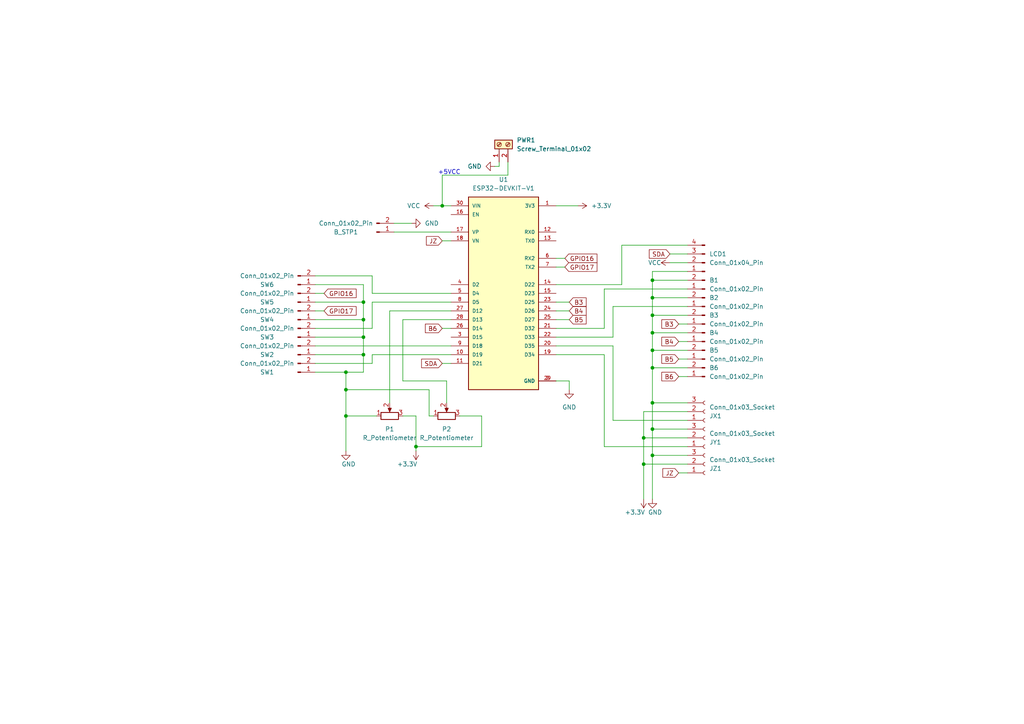
<source format=kicad_sch>
(kicad_sch (version 20230121) (generator eeschema)
  (paper "A4")
  (lib_symbols
    (symbol "Connector:Conn_01x02_Pin" (pin_names (offset 1.016) hide)
      (property "Reference" "J" (at 0 2.54 0))
      (property "Value" "Conn_01x02_Pin" (at 0 -5.08 0))
      (symbol "Conn_01x02_Pin_1_1"
        (polyline (pts (xy 1.27 -2.54) (xy 0.8636 -2.54)) (stroke (width 0.1524)))
        (polyline (pts (xy 1.27 0) (xy 0.8636 0)) (stroke (width 0.1524)))
        (rectangle (start 0.8636 -2.413) (end 0 -2.667) (stroke (width 0.1524)) (fill (type outline)))
        (rectangle (start 0.8636 0.127) (end 0 -0.127) (stroke (width 0.1524)) (fill (type outline)))
        (pin passive line (at 5.08 0 180) (length 3.81) (name "Pin_1") (number "1"))
        (pin passive line (at 5.08 -2.54 180) (length 3.81) (name "Pin_2") (number "2"))
      )
    )
    (symbol "Connector:Conn_01x03_Socket" (pin_names (offset 1.016) hide)
      (property "Reference" "J" (at 0 5.08 0))
      (property "Value" "Conn_01x03_Socket" (at 0 -5.08 0))
      (symbol "Conn_01x03_Socket_1_1"
        (arc (start 0 -2.032) (mid -0.5058 -2.54) (end 0 -3.048) (stroke (width 0.1524)))
        (polyline (pts (xy -1.27 -2.54) (xy -0.508 -2.54)) (stroke (width 0.1524)))
        (polyline (pts (xy -1.27 0) (xy -0.508 0)) (stroke (width 0.1524)))
        (polyline (pts (xy -1.27 2.54) (xy -0.508 2.54)) (stroke (width 0.1524)))
        (arc (start 0 0.508) (mid -0.5058 0) (end 0 -0.508) (stroke (width 0.1524)))
        (arc (start 0 3.048) (mid -0.5058 2.54) (end 0 2.032) (stroke (width 0.1524)))
        (pin passive line (at -5.08 2.54 0) (length 3.81) (name "Pin_1") (number "1"))
        (pin passive line (at -5.08 0 0) (length 3.81) (name "Pin_2") (number "2"))
        (pin passive line (at -5.08 -2.54 0) (length 3.81) (name "Pin_3") (number "3"))
      )
    )
    (symbol "Connector:Conn_01x04_Pin" (pin_names (offset 1.016) hide)
      (property "Reference" "J" (at 0 5.08 0))
      (property "Value" "Conn_01x04_Pin" (at 0 -7.62 0))
      (symbol "Conn_01x04_Pin_1_1"
        (polyline (pts (xy 1.27 -5.08) (xy 0.8636 -5.08)) (stroke (width 0.1524)))
        (polyline (pts (xy 1.27 -2.54) (xy 0.8636 -2.54)) (stroke (width 0.1524)))
        (polyline (pts (xy 1.27 0) (xy 0.8636 0)) (stroke (width 0.1524)))
        (polyline (pts (xy 1.27 2.54) (xy 0.8636 2.54)) (stroke (width 0.1524)))
        (rectangle (start 0.8636 -4.953) (end 0 -5.207) (stroke (width 0.1524)) (fill (type outline)))
        (rectangle (start 0.8636 -2.413) (end 0 -2.667) (stroke (width 0.1524)) (fill (type outline)))
        (rectangle (start 0.8636 0.127) (end 0 -0.127) (stroke (width 0.1524)) (fill (type outline)))
        (rectangle (start 0.8636 2.667) (end 0 2.413) (stroke (width 0.1524)) (fill (type outline)))
        (pin passive line (at 5.08 2.54 180) (length 3.81) (name "Pin_1") (number "1"))
        (pin passive line (at 5.08 0 180) (length 3.81) (name "Pin_2") (number "2"))
        (pin passive line (at 5.08 -2.54 180) (length 3.81) (name "Pin_3") (number "3"))
        (pin passive line (at 5.08 -5.08 180) (length 3.81) (name "Pin_4") (number "4"))
      )
    )
    (symbol "Connector:Screw_Terminal_01x02" (pin_names (offset 1.016) hide)
      (property "Reference" "J" (at 0 2.54 0))
      (property "Value" "Screw_Terminal_01x02" (at 0 -5.08 0))
      (symbol "Screw_Terminal_01x02_1_1"
        (rectangle (start -1.27 1.27) (end 1.27 -3.81) (stroke (width 0.254)) (fill (type background)))
        (circle (center 0 -2.54) (radius 0.635) (stroke (width 0.1524)))
        (polyline (pts (xy -0.5334 -2.2098) (xy 0.3302 -3.048)) (stroke (width 0.1524)))
        (polyline (pts (xy -0.5334 0.3302) (xy 0.3302 -0.508)) (stroke (width 0.1524)))
        (polyline (pts (xy -0.3556 -2.032) (xy 0.508 -2.8702)) (stroke (width 0.1524)))
        (polyline (pts (xy -0.3556 0.508) (xy 0.508 -0.3302)) (stroke (width 0.1524)))
        (circle (center 0 0) (radius 0.635) (stroke (width 0.1524)))
        (pin passive line (at -5.08 0 0) (length 3.81) (name "Pin_1") (number "1"))
        (pin passive line (at -5.08 -2.54 0) (length 3.81) (name "Pin_2") (number "2"))
      )
    )
    (symbol "Device:R_Potentiometer" (pin_names (offset 1.016) hide)
      (property "Reference" "RV" (at -4.445 0 90))
      (property "Value" "R_Potentiometer" (at -2.54 0 90))
      (symbol "R_Potentiometer_0_1"
        (polyline (pts (xy 2.54 0) (xy 1.524 0)))
        (polyline (pts (xy 1.143 0) (xy 2.286 0.508) (xy 2.286 -0.508) (xy 1.143 0)) (fill (type outline)))
        (rectangle (start 1.016 2.54) (end -1.016 -2.54) (stroke (width 0.254)))
      )
      (symbol "R_Potentiometer_1_1"
        (pin passive line (at 0 3.81 270) (length 1.27) (name "1") (number "1"))
        (pin passive line (at 3.81 0 180) (length 1.27) (name "2") (number "2"))
        (pin passive line (at 0 -3.81 90) (length 1.27) (name "3") (number "3"))
      )
    )
    (symbol "ESP32-DEVKIT-V1:ESP32-DEVKIT-V1" (pin_names (offset 1.016))
      (property "Reference" "U" (at -10.16 30.48 0))
      (property "Value" "ESP32-DEVKIT-V1" (at -10.16 -30.48 0))
      (symbol "ESP32-DEVKIT-V1_0_0"
        (rectangle (start -10.16 -27.94) (end 10.16 27.94) (stroke (width 0.254)) (fill (type background)))
        (pin output line (at 15.24 25.4 180) (length 5.08) (name "3V3") (number "1"))
        (pin bidirectional line (at -15.24 -17.78 0) (length 5.08) (name "D19") (number "10"))
        (pin bidirectional line (at -15.24 -20.32 0) (length 5.08) (name "D21") (number "11"))
        (pin input line (at 15.24 17.78 180) (length 5.08) (name "RX0") (number "12"))
        (pin output line (at 15.24 15.24 180) (length 5.08) (name "TX0") (number "13"))
        (pin bidirectional line (at 15.24 2.54 180) (length 5.08) (name "D22") (number "14"))
        (pin bidirectional line (at 15.24 0 180) (length 5.08) (name "D23") (number "15"))
        (pin input line (at -15.24 22.86 0) (length 5.08) (name "EN") (number "16"))
        (pin bidirectional line (at -15.24 17.78 0) (length 5.08) (name "VP") (number "17"))
        (pin bidirectional line (at -15.24 15.24 0) (length 5.08) (name "VN") (number "18"))
        (pin bidirectional line (at 15.24 -17.78 180) (length 5.08) (name "D34") (number "19"))
        (pin power_in line (at 15.24 -25.4 180) (length 5.08) (name "GND") (number "2"))
        (pin bidirectional line (at 15.24 -15.24 180) (length 5.08) (name "D35") (number "20"))
        (pin bidirectional line (at 15.24 -10.16 180) (length 5.08) (name "D32") (number "21"))
        (pin bidirectional line (at 15.24 -12.7 180) (length 5.08) (name "D33") (number "22"))
        (pin bidirectional line (at 15.24 -2.54 180) (length 5.08) (name "D25") (number "23"))
        (pin bidirectional line (at 15.24 -5.08 180) (length 5.08) (name "D26") (number "24"))
        (pin bidirectional line (at 15.24 -7.62 180) (length 5.08) (name "D27") (number "25"))
        (pin bidirectional line (at -15.24 -10.16 0) (length 5.08) (name "D14") (number "26"))
        (pin bidirectional line (at -15.24 -5.08 0) (length 5.08) (name "D12") (number "27"))
        (pin bidirectional line (at -15.24 -7.62 0) (length 5.08) (name "D13") (number "28"))
        (pin power_in line (at 15.24 -25.4 180) (length 5.08) (name "GND") (number "29"))
        (pin bidirectional line (at -15.24 -12.7 0) (length 5.08) (name "D15") (number "3"))
        (pin input line (at -15.24 25.4 0) (length 5.08) (name "VIN") (number "30"))
        (pin bidirectional line (at -15.24 2.54 0) (length 5.08) (name "D2") (number "4"))
        (pin bidirectional line (at -15.24 0 0) (length 5.08) (name "D4") (number "5"))
        (pin input line (at 15.24 10.16 180) (length 5.08) (name "RX2") (number "6"))
        (pin output line (at 15.24 7.62 180) (length 5.08) (name "TX2") (number "7"))
        (pin bidirectional line (at -15.24 -2.54 0) (length 5.08) (name "D5") (number "8"))
        (pin bidirectional line (at -15.24 -15.24 0) (length 5.08) (name "D18") (number "9"))
      )
    )
    (symbol "power:+3.3V" (power) (pin_names (offset 0))
      (property "Value" "+3.3V" (at 0 3.556 0))
      (symbol "+3.3V_0_1"
        (polyline (pts (xy -0.762 1.27) (xy 0 2.54)))
        (polyline (pts (xy 0 0) (xy 0 2.54)))
        (polyline (pts (xy 0 2.54) (xy 0.762 1.27)))
      )
      (symbol "+3.3V_1_1"
        (pin power_in line (at 0 0 90) (length 0) hide (name "+3.3V") (number "1"))
      )
    )
    (symbol "power:GND" (power) (pin_names (offset 0))
      (property "Value" "GND" (at 0 -3.81 0))
      (symbol "GND_0_1"
        (polyline (pts (xy 0 0) (xy 0 -1.27) (xy 1.27 -1.27) (xy 0 -2.54) (xy -1.27 -1.27) (xy 0 -1.27)))
      )
      (symbol "GND_1_1"
        (pin power_in line (at 0 0 270) (length 0) hide (name "GND") (number "1"))
      )
    )
    (symbol "power:VCC" (power) (pin_names (offset 0))
      (property "Value" "VCC" (at 0 3.81 0))
      (symbol "VCC_0_1"
        (polyline (pts (xy -0.762 1.27) (xy 0 2.54)))
        (polyline (pts (xy 0 0) (xy 0 2.54)))
        (polyline (pts (xy 0 2.54) (xy 0.762 1.27)))
      )
      (symbol "VCC_1_1"
        (pin power_in line (at 0 0 90) (length 0) hide (name "VCC") (number "1"))
      )
    )
  )
  (junction (at 189.23 132.08))
  (junction (at 105.41 92.71))
  (junction (at 105.41 97.79))
  (junction (at 100.33 113.03))
  (junction (at 189.23 101.6))
  (junction (at 120.65 129.54))
  (junction (at 189.23 116.84))
  (junction (at 189.23 124.46))
  (junction (at 189.23 81.28))
  (junction (at 100.33 120.65))
  (junction (at 189.23 106.68))
  (junction (at 128.27 59.69))
  (junction (at 100.33 107.95))
  (junction (at 189.23 91.44))
  (junction (at 105.41 102.87))
  (junction (at 186.69 134.62))
  (junction (at 105.41 87.63))
  (junction (at 189.23 86.36))
  (junction (at 186.69 127))
  (junction (at 189.23 96.52))
  (wire (pts (xy 116.84 92.71) (xy 130.81 92.71)))
  (wire (pts (xy 186.69 119.38) (xy 186.69 127)))
  (wire (pts (xy 139.7 129.54) (xy 120.65 129.54)))
  (wire (pts (xy 100.33 107.95) (xy 91.44 107.95)))
  (wire (pts (xy 189.23 91.44) (xy 199.39 91.44)))
  (wire (pts (xy 91.44 105.41) (xy 107.95 105.41)))
  (wire (pts (xy 107.95 105.41) (xy 107.95 102.87)))
  (wire (pts (xy 91.44 95.25) (xy 107.95 95.25)))
  (wire (pts (xy 180.34 82.55) (xy 161.29 82.55)))
  (wire (pts (xy 91.44 85.09) (xy 93.98 85.09)))
  (wire (pts (xy 175.26 102.87) (xy 161.29 102.87)))
  (wire (pts (xy 175.26 129.54) (xy 199.39 129.54)))
  (wire (pts (xy 125.73 120.65) (xy 124.46 120.65)))
  (wire (pts (xy 199.39 127) (xy 186.69 127)))
  (wire (pts (xy 100.33 130.81) (xy 100.33 120.65)))
  (wire (pts (xy 128.27 59.69) (xy 130.81 59.69)))
  (wire (pts (xy 133.35 120.65) (xy 139.7 120.65)))
  (wire (pts (xy 143.51 48.26) (xy 144.78 48.26)))
  (wire (pts (xy 105.41 82.55) (xy 105.41 87.63)))
  (wire (pts (xy 189.23 81.28) (xy 189.23 86.36)))
  (wire (pts (xy 128.27 69.85) (xy 130.81 69.85)))
  (wire (pts (xy 180.34 71.12) (xy 199.39 71.12)))
  (wire (pts (xy 161.29 92.71) (xy 165.1 92.71)))
  (wire (pts (xy 125.73 59.69) (xy 128.27 59.69)))
  (wire (pts (xy 100.33 120.65) (xy 100.33 113.03)))
  (wire (pts (xy 189.23 96.52) (xy 199.39 96.52)))
  (wire (pts (xy 114.3 67.31) (xy 130.81 67.31)))
  (wire (pts (xy 177.8 88.9) (xy 199.39 88.9)))
  (wire (pts (xy 194.31 76.2) (xy 199.39 76.2)))
  (wire (pts (xy 196.85 99.06) (xy 199.39 99.06)))
  (wire (pts (xy 186.69 127) (xy 186.69 134.62)))
  (wire (pts (xy 177.8 97.79) (xy 177.8 88.9)))
  (wire (pts (xy 189.23 124.46) (xy 189.23 132.08)))
  (wire (pts (xy 196.85 137.16) (xy 199.39 137.16)))
  (wire (pts (xy 189.23 132.08) (xy 199.39 132.08)))
  (wire (pts (xy 100.33 113.03) (xy 100.33 107.95)))
  (wire (pts (xy 189.23 124.46) (xy 189.23 116.84)))
  (wire (pts (xy 189.23 116.84) (xy 189.23 106.68)))
  (wire (pts (xy 100.33 107.95) (xy 105.41 107.95)))
  (wire (pts (xy 128.27 50.8) (xy 128.27 59.69)))
  (wire (pts (xy 186.69 134.62) (xy 199.39 134.62)))
  (wire (pts (xy 105.41 87.63) (xy 105.41 92.71)))
  (wire (pts (xy 189.23 101.6) (xy 199.39 101.6)))
  (wire (pts (xy 175.26 83.82) (xy 199.39 83.82)))
  (wire (pts (xy 91.44 87.63) (xy 105.41 87.63)))
  (wire (pts (xy 189.23 101.6) (xy 189.23 106.68)))
  (wire (pts (xy 186.69 119.38) (xy 199.39 119.38)))
  (wire (pts (xy 189.23 78.74) (xy 189.23 81.28)))
  (wire (pts (xy 177.8 100.33) (xy 177.8 121.92)))
  (wire (pts (xy 189.23 132.08) (xy 189.23 144.78)))
  (wire (pts (xy 129.54 116.84) (xy 129.54 110.49)))
  (wire (pts (xy 189.23 96.52) (xy 189.23 101.6)))
  (wire (pts (xy 177.8 121.92) (xy 199.39 121.92)))
  (wire (pts (xy 128.27 95.25) (xy 130.81 95.25)))
  (wire (pts (xy 161.29 95.25) (xy 175.26 95.25)))
  (wire (pts (xy 116.84 120.65) (xy 120.65 120.65)))
  (wire (pts (xy 107.95 87.63) (xy 130.81 87.63)))
  (wire (pts (xy 189.23 86.36) (xy 189.23 91.44)))
  (wire (pts (xy 116.84 110.49) (xy 116.84 92.71)))
  (wire (pts (xy 165.1 110.49) (xy 161.29 110.49)))
  (wire (pts (xy 161.29 97.79) (xy 177.8 97.79)))
  (wire (pts (xy 196.85 104.14) (xy 199.39 104.14)))
  (wire (pts (xy 91.44 92.71) (xy 105.41 92.71)))
  (wire (pts (xy 107.95 95.25) (xy 107.95 87.63)))
  (wire (pts (xy 124.46 113.03) (xy 100.33 113.03)))
  (wire (pts (xy 120.65 120.65) (xy 120.65 129.54)))
  (wire (pts (xy 161.29 59.69) (xy 167.64 59.69)))
  (wire (pts (xy 128.27 105.41) (xy 130.81 105.41)))
  (wire (pts (xy 175.26 129.54) (xy 175.26 102.87)))
  (wire (pts (xy 114.3 64.77) (xy 119.38 64.77)))
  (wire (pts (xy 175.26 95.25) (xy 175.26 83.82)))
  (wire (pts (xy 147.32 46.99) (xy 147.32 50.8)))
  (wire (pts (xy 161.29 87.63) (xy 165.1 87.63)))
  (wire (pts (xy 161.29 77.47) (xy 163.83 77.47)))
  (wire (pts (xy 189.23 91.44) (xy 189.23 96.52)))
  (wire (pts (xy 113.03 116.84) (xy 113.03 90.17)))
  (wire (pts (xy 91.44 102.87) (xy 105.41 102.87)))
  (wire (pts (xy 124.46 120.65) (xy 124.46 113.03)))
  (wire (pts (xy 91.44 80.01) (xy 107.95 80.01)))
  (wire (pts (xy 194.31 73.66) (xy 199.39 73.66)))
  (wire (pts (xy 107.95 102.87) (xy 130.81 102.87)))
  (wire (pts (xy 100.33 120.65) (xy 109.22 120.65)))
  (wire (pts (xy 128.27 50.8) (xy 147.32 50.8)))
  (wire (pts (xy 189.23 78.74) (xy 199.39 78.74)))
  (wire (pts (xy 161.29 100.33) (xy 177.8 100.33)))
  (wire (pts (xy 139.7 120.65) (xy 139.7 129.54)))
  (wire (pts (xy 180.34 71.12) (xy 180.34 82.55)))
  (wire (pts (xy 105.41 92.71) (xy 105.41 97.79)))
  (wire (pts (xy 189.23 106.68) (xy 199.39 106.68)))
  (wire (pts (xy 144.78 48.26) (xy 144.78 46.99)))
  (wire (pts (xy 161.29 74.93) (xy 163.83 74.93)))
  (wire (pts (xy 120.65 129.54) (xy 120.65 130.81)))
  (wire (pts (xy 189.23 81.28) (xy 199.39 81.28)))
  (wire (pts (xy 186.69 144.78) (xy 186.69 134.62)))
  (wire (pts (xy 189.23 116.84) (xy 199.39 116.84)))
  (wire (pts (xy 91.44 82.55) (xy 105.41 82.55)))
  (wire (pts (xy 189.23 86.36) (xy 199.39 86.36)))
  (wire (pts (xy 91.44 90.17) (xy 93.98 90.17)))
  (wire (pts (xy 189.23 124.46) (xy 199.39 124.46)))
  (wire (pts (xy 107.95 85.09) (xy 130.81 85.09)))
  (wire (pts (xy 105.41 102.87) (xy 105.41 107.95)))
  (wire (pts (xy 113.03 90.17) (xy 130.81 90.17)))
  (wire (pts (xy 91.44 100.33) (xy 130.81 100.33)))
  (wire (pts (xy 165.1 113.03) (xy 165.1 110.49)))
  (wire (pts (xy 91.44 97.79) (xy 105.41 97.79)))
  (wire (pts (xy 107.95 80.01) (xy 107.95 85.09)))
  (wire (pts (xy 105.41 97.79) (xy 105.41 102.87)))
  (wire (pts (xy 196.85 109.22) (xy 199.39 109.22)))
  (wire (pts (xy 196.85 93.98) (xy 199.39 93.98)))
  (wire (pts (xy 161.29 90.17) (xy 165.1 90.17)))
  (wire (pts (xy 129.54 110.49) (xy 116.84 110.49)))
  (text "+5VCC" (at 127 50.8 0) (effects (font (size 1.27 1.27)) (justify left bottom)))
  (global_label "GPIO16" (shape input) (at 163.83 74.93 0) (property "Intersheetrefs" "${INTERSHEET_REFS}" (effects hide)))
  (global_label "SDA" (shape input) (at 194.31 73.66 180) (property "Intersheetrefs" "${INTERSHEET_REFS}" (effects hide)))
  (global_label "GPIO17" (shape input) (at 93.98 90.17 0) (property "Intersheetrefs" "${INTERSHEET_REFS}" (effects hide)))
  (global_label "B3" (shape input) (at 196.85 93.98 180) (property "Intersheetrefs" "${INTERSHEET_REFS}" (effects hide)))
  (global_label "JZ" (shape input) (at 128.27 69.85 180) (property "Intersheetrefs" "${INTERSHEET_REFS}" (effects hide)))
  (global_label "B5" (shape input) (at 165.1 92.71 0) (property "Intersheetrefs" "${INTERSHEET_REFS}" (effects hide)))
  (global_label "SDA" (shape input) (at 128.27 105.41 180) (property "Intersheetrefs" "${INTERSHEET_REFS}" (effects hide)))
  (global_label "GPIO16" (shape input) (at 93.98 85.09 0) (property "Intersheetrefs" "${INTERSHEET_REFS}" (effects hide)))
  (global_label "JZ" (shape input) (at 196.85 137.16 180) (property "Intersheetrefs" "${INTERSHEET_REFS}" (effects hide)))
  (global_label "B6" (shape input) (at 196.85 109.22 180) (property "Intersheetrefs" "${INTERSHEET_REFS}" (effects hide)))
  (global_label "B6" (shape input) (at 128.27 95.25 180) (property "Intersheetrefs" "${INTERSHEET_REFS}" (effects hide)))
  (global_label "B4" (shape input) (at 196.85 99.06 180) (property "Intersheetrefs" "${INTERSHEET_REFS}" (effects hide)))
  (global_label "B4" (shape input) (at 165.1 90.17 0) (property "Intersheetrefs" "${INTERSHEET_REFS}" (effects hide)))
  (global_label "GPIO17" (shape input) (at 163.83 77.47 0) (property "Intersheetrefs" "${INTERSHEET_REFS}" (effects hide)))
  (global_label "B5" (shape input) (at 196.85 104.14 180) (property "Intersheetrefs" "${INTERSHEET_REFS}" (effects hide)))
  (global_label "B3" (shape input) (at 165.1 87.63 0) (property "Intersheetrefs" "${INTERSHEET_REFS}" (effects hide)))
  (symbol (lib_id "Connector:Conn_01x02_Pin") (at 204.47 109.22 180) (unit 1)
    (property "Reference" "B6" (at 205.74 106.68 0) (effects (justify right)))
    (property "Value" "Conn_01x02_Pin" (at 205.74 109.22 0) (effects (justify right)))
    (property "Footprint" "Connector_PinHeader_2.54mm:PinHeader_1x02_P2.54mm_Vertical" (effects hide))
  )
  (symbol (lib_id "Device:R_Potentiometer") (at 129.54 120.65 90) (unit 1)
    (property "Reference" "P2" (at 129.54 124.46 90))
    (property "Value" "R_Potentiometer" (at 129.54 127 90))
    (property "Footprint" "Potentiometer_THT:Potentiometer_Alps_RK09Y11_Single_Horizontal" (effects hide))
  )
  (symbol (lib_id "Connector:Conn_01x03_Socket") (at 204.47 127 0) (mirror x) (unit 1)
    (property "Reference" "JY1" (at 205.74 128.27 0) (effects (justify left)))
    (property "Value" "Conn_01x03_Socket" (at 205.74 125.73 0) (effects (justify left)))
    (property "Footprint" "Connector_PinSocket_2.54mm:PinSocket_1x03_P2.54mm_Vertical" (effects hide))
  )
  (symbol (lib_id "power:GND") (at 189.23 144.78 0) (unit 1)
    (property "Reference" "#PWR017" (effects hide))
    (property "Value" "GND" (at 187.96 148.59 0) (effects (justify left)))
  )
  (symbol (lib_id "power:GND") (at 119.38 64.77 90) (unit 1)
    (property "Reference" "#PWR05" (effects hide))
    (property "Value" "GND" (at 123.19 64.77 90) (effects (justify right)))
  )
  (symbol (lib_id "power:+3.3V") (at 167.64 59.69 270) (unit 1)
    (property "Reference" "#PWR013" (effects hide))
    (property "Value" "+3.3V" (at 171.45 59.69 90) (effects (justify left)))
  )
  (symbol (lib_id "Connector:Conn_01x02_Pin") (at 86.36 97.79 0) (mirror x) (unit 1)
    (property "Reference" "SW3" (at 77.47 97.79 0))
    (property "Value" "Conn_01x02_Pin" (at 77.47 95.25 0))
    (property "Footprint" "Connector_PinHeader_2.54mm:PinHeader_1x02_P2.54mm_Vertical" (effects hide))
  )
  (symbol (lib_id "ESP32-DEVKIT-V1:ESP32-DEVKIT-V1") (at 146.05 85.09 0) (unit 1)
    (property "Reference" "U1" (at 146.05 52.07 0))
    (property "Value" "ESP32-DEVKIT-V1" (at 146.05 54.61 0))
    (property "Footprint" "MODULE_ESP32_DEVKIT_V1" (effects hide))
    (property "PARTREV" "N/A" (effects hide))
    (property "STANDARD" "Manufacturer Recommendations" (effects hide))
    (property "MAXIMUM_PACKAGE_HEIGHT" "6.8 mm" (effects hide))
    (property "MANUFACTURER" "DOIT" (effects hide))
  )
  (symbol (lib_id "power:VCC") (at 125.73 59.69 90) (unit 1)
    (property "Reference" "#PWR03" (effects hide))
    (property "Value" "VCC" (at 121.92 59.69 90) (effects (justify left)))
  )
  (symbol (lib_id "power:GND") (at 100.33 130.81 0) (unit 1)
    (property "Reference" "#PWR018" (effects hide))
    (property "Value" "GND" (at 99.06 134.62 0) (effects (justify left)))
  )
  (symbol (lib_id "Connector:Conn_01x02_Pin") (at 86.36 92.71 0) (mirror x) (unit 1)
    (property "Reference" "SW4" (at 77.47 92.71 0))
    (property "Value" "Conn_01x02_Pin" (at 77.47 90.17 0))
    (property "Footprint" "Connector_PinHeader_2.54mm:PinHeader_1x02_P2.54mm_Vertical" (effects hide))
  )
  (symbol (lib_id "Connector:Conn_01x02_Pin") (at 109.22 67.31 0) (mirror x) (unit 1)
    (property "Reference" "B_STP1" (at 100.33 67.31 0))
    (property "Value" "Conn_01x02_Pin" (at 100.33 64.77 0))
    (property "Footprint" "Connector_PinHeader_2.54mm:PinHeader_1x02_P2.54mm_Vertical" (effects hide))
  )
  (symbol (lib_id "power:GND") (at 165.1 113.03 0) (unit 1)
    (property "Reference" "#PWR02" (effects hide))
    (property "Value" "GND" (at 165.1 118.11 0))
  )
  (symbol (lib_id "Connector:Conn_01x02_Pin") (at 86.36 102.87 0) (mirror x) (unit 1)
    (property "Reference" "SW2" (at 77.47 102.87 0))
    (property "Value" "Conn_01x02_Pin" (at 77.47 100.33 0))
    (property "Footprint" "Connector_PinHeader_2.54mm:PinHeader_1x02_P2.54mm_Vertical" (effects hide))
  )
  (symbol (lib_id "power:VCC") (at 194.31 76.2 90) (unit 1)
    (property "Reference" "#PWR06" (effects hide))
    (property "Value" "VCC" (at 187.96 76.2 90) (effects (justify right)))
  )
  (symbol (lib_id "Device:R_Potentiometer") (at 113.03 120.65 90) (unit 1)
    (property "Reference" "P1" (at 113.03 124.46 90))
    (property "Value" "R_Potentiometer" (at 113.03 127 90))
    (property "Footprint" "Potentiometer_THT:Potentiometer_Alps_RK09Y11_Single_Horizontal" (effects hide))
  )
  (symbol (lib_id "Connector:Conn_01x02_Pin") (at 86.36 107.95 0) (mirror x) (unit 1)
    (property "Reference" "SW1" (at 77.47 107.95 0))
    (property "Value" "Conn_01x02_Pin" (at 77.47 105.41 0))
    (property "Footprint" "Connector_PinHeader_2.54mm:PinHeader_1x02_P2.54mm_Vertical" (effects hide))
  )
  (symbol (lib_id "Connector:Conn_01x03_Socket") (at 204.47 134.62 0) (mirror x) (unit 1)
    (property "Reference" "JZ1" (at 205.74 135.89 0) (effects (justify left)))
    (property "Value" "Conn_01x03_Socket" (at 205.74 133.35 0) (effects (justify left)))
    (property "Footprint" "Connector_PinSocket_2.54mm:PinSocket_1x03_P2.54mm_Vertical" (effects hide))
  )
  (symbol (lib_id "Connector:Conn_01x04_Pin") (at 204.47 76.2 180) (unit 1)
    (property "Reference" "LCD1" (at 205.74 73.66 0) (effects (justify right)))
    (property "Value" "Conn_01x04_Pin" (at 205.74 76.2 0) (effects (justify right)))
    (property "Footprint" "Connector_PinHeader_2.54mm:PinHeader_1x04_P2.54mm_Vertical" (effects hide))
  )
  (symbol (lib_id "Connector:Conn_01x02_Pin") (at 86.36 82.55 0) (mirror x) (unit 1)
    (property "Reference" "SW6" (at 77.47 82.55 0))
    (property "Value" "Conn_01x02_Pin" (at 77.47 80.01 0))
    (property "Footprint" "Connector_PinHeader_2.54mm:PinHeader_1x02_P2.54mm_Vertical" (effects hide))
  )
  (symbol (lib_id "Connector:Conn_01x02_Pin") (at 204.47 104.14 180) (unit 1)
    (property "Reference" "B5" (at 205.74 101.6 0) (effects (justify right)))
    (property "Value" "Conn_01x02_Pin" (at 205.74 104.14 0) (effects (justify right)))
    (property "Footprint" "Connector_PinHeader_2.54mm:PinHeader_1x02_P2.54mm_Vertical" (effects hide))
  )
  (symbol (lib_id "Connector:Conn_01x02_Pin") (at 204.47 99.06 180) (unit 1)
    (property "Reference" "B4" (at 205.74 96.52 0) (effects (justify right)))
    (property "Value" "Conn_01x02_Pin" (at 205.74 99.06 0) (effects (justify right)))
    (property "Footprint" "Connector_PinHeader_2.54mm:PinHeader_1x02_P2.54mm_Vertical" (effects hide))
  )
  (symbol (lib_id "Connector:Conn_01x03_Socket") (at 204.47 119.38 0) (mirror x) (unit 1)
    (property "Reference" "JX1" (at 205.74 120.65 0) (effects (justify left)))
    (property "Value" "Conn_01x03_Socket" (at 205.74 118.11 0) (effects (justify left)))
    (property "Footprint" "Connector_PinSocket_2.54mm:PinSocket_1x03_P2.54mm_Vertical" (effects hide))
  )
  (symbol (lib_id "Connector:Conn_01x02_Pin") (at 86.36 87.63 0) (mirror x) (unit 1)
    (property "Reference" "SW5" (at 77.47 87.63 0))
    (property "Value" "Conn_01x02_Pin" (at 77.47 85.09 0))
    (property "Footprint" "Connector_PinHeader_2.54mm:PinHeader_1x02_P2.54mm_Vertical" (effects hide))
  )
  (symbol (lib_id "Connector:Conn_01x02_Pin") (at 204.47 93.98 180) (unit 1)
    (property "Reference" "B3" (at 205.74 91.44 0) (effects (justify right)))
    (property "Value" "Conn_01x02_Pin" (at 205.74 93.98 0) (effects (justify right)))
    (property "Footprint" "Connector_PinHeader_2.54mm:PinHeader_1x02_P2.54mm_Vertical" (effects hide))
  )
  (symbol (lib_id "Connector:Screw_Terminal_01x02") (at 144.78 41.91 90) (unit 1)
    (property "Reference" "PWR1" (at 149.86 40.64 90) (effects (justify right)))
    (property "Value" "Screw_Terminal_01x02" (at 149.86 43.18 90) (effects (justify right)))
    (property "Footprint" "TerminalBlock:TerminalBlock_bornier-2_P5.08mm" (effects hide))
  )
  (symbol (lib_id "power:+3.3V") (at 186.69 144.78 180) (unit 1)
    (property "Reference" "#PWR04" (effects hide))
    (property "Value" "+3.3V" (at 184.15 148.59 0))
  )
  (symbol (lib_id "Connector:Conn_01x02_Pin") (at 204.47 83.82 180) (unit 1)
    (property "Reference" "B1" (at 205.74 81.28 0) (effects (justify right)))
    (property "Value" "Conn_01x02_Pin" (at 205.74 83.82 0) (effects (justify right)))
    (property "Footprint" "Connector_PinHeader_2.54mm:PinHeader_1x02_P2.54mm_Vertical" (effects hide))
  )
  (symbol (lib_id "power:GND") (at 143.51 48.26 270) (unit 1)
    (property "Reference" "#PWR014" (effects hide))
    (property "Value" "GND" (at 139.7 48.26 90) (effects (justify right)))
  )
  (symbol (lib_id "power:+3.3V") (at 120.65 130.81 180) (unit 1)
    (property "Reference" "#PWR01" (effects hide))
    (property "Value" "+3.3V" (at 118.11 134.62 0))
  )
  (symbol (lib_id "Connector:Conn_01x02_Pin") (at 204.47 88.9 180) (unit 1)
    (property "Reference" "B2" (at 205.74 86.36 0) (effects (justify right)))
    (property "Value" "Conn_01x02_Pin" (at 205.74 88.9 0) (effects (justify right)))
    (property "Footprint" "Connector_PinHeader_2.54mm:PinHeader_1x02_P2.54mm_Vertical" (effects hide))
  )
)
</source>
